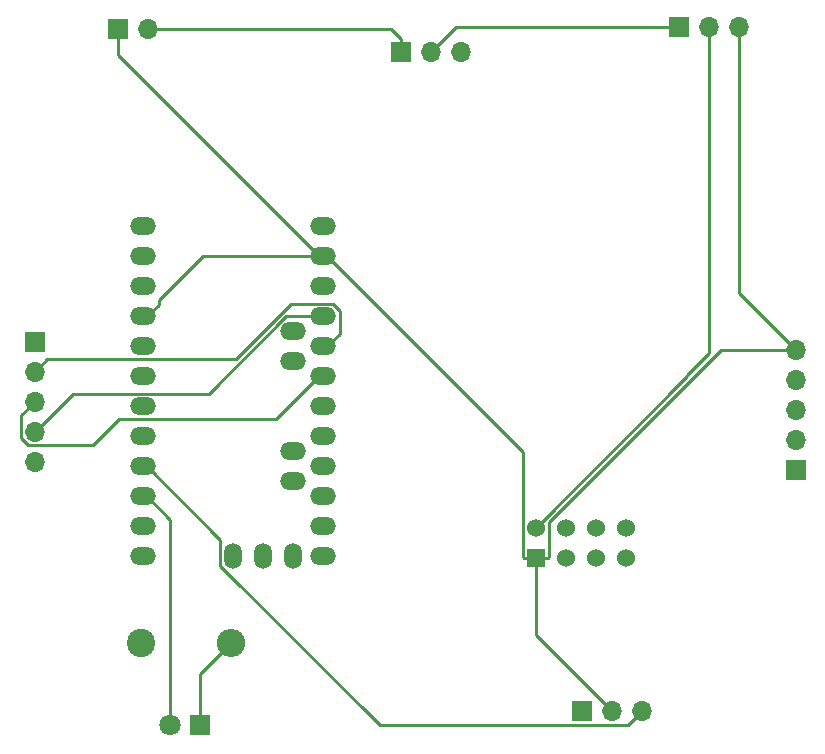
<source format=gbr>
G04 #@! TF.GenerationSoftware,KiCad,Pcbnew,5.1.2*
G04 #@! TF.CreationDate,2019-11-12T08:27:12-05:00*
G04 #@! TF.ProjectId,VS_robot_controller,56535f72-6f62-46f7-945f-636f6e74726f,rev?*
G04 #@! TF.SameCoordinates,Original*
G04 #@! TF.FileFunction,Copper,L1,Top*
G04 #@! TF.FilePolarity,Positive*
%FSLAX46Y46*%
G04 Gerber Fmt 4.6, Leading zero omitted, Abs format (unit mm)*
G04 Created by KiCad (PCBNEW 5.1.2) date 2019-11-12 08:27:12*
%MOMM*%
%LPD*%
G04 APERTURE LIST*
%ADD10R,1.524000X1.524000*%
%ADD11C,1.524000*%
%ADD12O,1.700000X1.700000*%
%ADD13R,1.700000X1.700000*%
%ADD14R,1.800000X1.800000*%
%ADD15C,1.800000*%
%ADD16C,2.400000*%
%ADD17O,2.400000X2.400000*%
%ADD18O,2.199640X1.501140*%
%ADD19O,1.501140X2.199640*%
%ADD20C,0.250000*%
G04 APERTURE END LIST*
D10*
X215900000Y-88800000D03*
D11*
X215900000Y-86260000D03*
X218440000Y-88800000D03*
X218440000Y-86260000D03*
X220980000Y-88800000D03*
X220980000Y-86260000D03*
X223520000Y-88800000D03*
X223520000Y-86260000D03*
D12*
X237900000Y-71240000D03*
X237900000Y-73780000D03*
X237900000Y-76320000D03*
X237900000Y-78860000D03*
D13*
X237900000Y-81400000D03*
D14*
X187500000Y-103000000D03*
D15*
X184960000Y-103000000D03*
D13*
X173500000Y-70500000D03*
D12*
X173500000Y-73040000D03*
X173500000Y-75580000D03*
X173500000Y-78120000D03*
X173500000Y-80660000D03*
D13*
X228000000Y-43900000D03*
D12*
X230540000Y-43900000D03*
X233080000Y-43900000D03*
D16*
X182500000Y-96000000D03*
D17*
X190120000Y-96000000D03*
D13*
X204500000Y-46000000D03*
D12*
X207040000Y-46000000D03*
X209580000Y-46000000D03*
X224880000Y-101800000D03*
X222340000Y-101800000D03*
D13*
X219800000Y-101800000D03*
X180500000Y-44000000D03*
D12*
X183040000Y-44000000D03*
D18*
X195355000Y-79805000D03*
X195355000Y-82345000D03*
X182655000Y-60755000D03*
X182655000Y-63295000D03*
X182655000Y-65835000D03*
X182655000Y-68375000D03*
X182655000Y-70915000D03*
X182655000Y-73455000D03*
X182655000Y-75995000D03*
X182655000Y-78535000D03*
X182655000Y-81075000D03*
X182655000Y-83615000D03*
X182655000Y-86155000D03*
X182655000Y-88695000D03*
X197895000Y-88695000D03*
X197895000Y-86155000D03*
X197895000Y-83615000D03*
X197895000Y-81075000D03*
X197895000Y-78535000D03*
X197895000Y-75995000D03*
X197895000Y-73455000D03*
X197895000Y-70915000D03*
X197895000Y-68375000D03*
X197895000Y-65835000D03*
X197895000Y-63295000D03*
X197895000Y-60755000D03*
X195355000Y-72185000D03*
X195355000Y-69645000D03*
D19*
X195355000Y-88695000D03*
X192815000Y-88695000D03*
X190275000Y-88695000D03*
D20*
X230540000Y-43900000D02*
X230540000Y-71500000D01*
X228735000Y-73305000D02*
X230540000Y-71500000D01*
X228735000Y-73425000D02*
X228735000Y-73305000D01*
X215900000Y-86260000D02*
X228735000Y-73425000D01*
X196545180Y-68375000D02*
X197895000Y-68375000D01*
X194754651Y-68375000D02*
X196545180Y-68375000D01*
X188210231Y-74919420D02*
X194754651Y-68375000D01*
X176700580Y-74919420D02*
X188210231Y-74919420D01*
X173500000Y-78120000D02*
X176700580Y-74919420D01*
X215900000Y-95360000D02*
X222340000Y-101800000D01*
X215900000Y-88800000D02*
X215900000Y-95360000D01*
X183004250Y-68375000D02*
X182655000Y-68375000D01*
X184004820Y-67374430D02*
X183004250Y-68375000D01*
X184004820Y-67025180D02*
X184004820Y-67374430D01*
X187735000Y-63295000D02*
X184004820Y-67025180D01*
X197895000Y-63295000D02*
X187735000Y-63295000D01*
X214812999Y-88724999D02*
X214888000Y-88800000D01*
X214812999Y-79863749D02*
X214812999Y-88724999D01*
X214888000Y-88800000D02*
X215900000Y-88800000D01*
X198244250Y-63295000D02*
X214812999Y-79863749D01*
X197895000Y-63295000D02*
X198244250Y-63295000D01*
X233080000Y-66420000D02*
X237900000Y-71240000D01*
X233080000Y-43900000D02*
X233080000Y-66420000D01*
X216912000Y-88800000D02*
X215900000Y-88800000D01*
X216987001Y-85809409D02*
X216987001Y-88724999D01*
X216987001Y-88724999D02*
X216912000Y-88800000D01*
X231556410Y-71240000D02*
X216987001Y-85809409D01*
X237900000Y-71240000D02*
X231556410Y-71240000D01*
X197545750Y-63295000D02*
X197895000Y-63295000D01*
X180500000Y-46249250D02*
X197545750Y-63295000D01*
X180500000Y-44000000D02*
X180500000Y-46249250D01*
X204500000Y-44900000D02*
X204500000Y-46000000D01*
X203600000Y-44000000D02*
X204500000Y-44900000D01*
X183040000Y-44000000D02*
X203600000Y-44000000D01*
X209140000Y-43900000D02*
X228000000Y-43900000D01*
X207040000Y-46000000D02*
X209140000Y-43900000D01*
X187500000Y-98620000D02*
X190120000Y-96000000D01*
X187500000Y-103000000D02*
X187500000Y-98620000D01*
X183004250Y-83615000D02*
X182655000Y-83615000D01*
X184960000Y-85570750D02*
X183004250Y-83615000D01*
X184960000Y-103000000D02*
X184960000Y-85570750D01*
X193930170Y-77070580D02*
X197545750Y-73455000D01*
X180600109Y-77070580D02*
X193930170Y-77070580D01*
X178375688Y-79295001D02*
X180600109Y-77070580D01*
X172935999Y-79295001D02*
X178375688Y-79295001D01*
X172324999Y-78684001D02*
X172935999Y-79295001D01*
X172324999Y-76755001D02*
X172324999Y-78684001D01*
X197545750Y-73455000D02*
X197895000Y-73455000D01*
X173500000Y-75580000D02*
X172324999Y-76755001D01*
X198244250Y-70915000D02*
X197895000Y-70915000D01*
X199319830Y-69839420D02*
X198244250Y-70915000D01*
X199319830Y-67929481D02*
X199319830Y-69839420D01*
X198689769Y-67299420D02*
X199319830Y-67929481D01*
X195193821Y-67299420D02*
X198689769Y-67299420D01*
X190502661Y-71990580D02*
X195193821Y-67299420D01*
X174549420Y-71990580D02*
X190502661Y-71990580D01*
X173500000Y-73040000D02*
X174549420Y-71990580D01*
X224030001Y-102649999D02*
X224880000Y-101800000D01*
X223704999Y-102975001D02*
X224030001Y-102649999D01*
X202684652Y-102975001D02*
X223704999Y-102975001D01*
X189199420Y-89489769D02*
X202684652Y-102975001D01*
X189199420Y-87270170D02*
X189199420Y-89489769D01*
X183004250Y-81075000D02*
X189199420Y-87270170D01*
X182655000Y-81075000D02*
X183004250Y-81075000D01*
M02*

</source>
